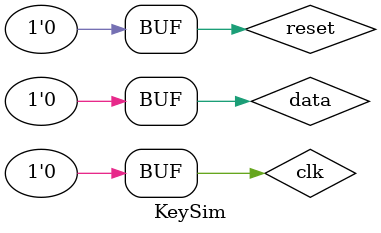
<source format=v>
`timescale 1ns / 1ps


module KeySim;

	// Inputs
	reg clk;
	reg data;
	reg reset;

	// Outputs
	wire [15:0] up;
	wire [15:0] down;
	wire [15:0] left;
	wire [15:0] right;
	wire [15:0] a;
	wire [15:0] b;

	// Instantiate the Unit Under Test (UUT)
	Keyboard uut (
		.clk(clk), 
		.data(data), 
		.reset(reset), 
		.up(up), 
		.down(down), 
		.left(left), 
		.right(right), 
		.a(a), 
		.b(b)
	);

	initial begin
		// Initialize Inputs
		clk = 0;
		data = 0;
		reset = 0;

		// Wait 100 ns for global reset to finish
		#100;
        
		// Add stimulus here

	end
      
endmodule


</source>
